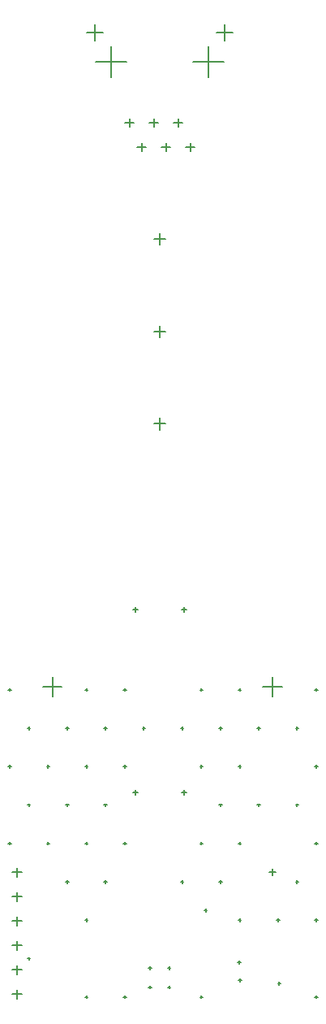
<source format=gbr>
%TF.GenerationSoftware,Altium Limited,Altium Designer,22.0.2 (36)*%
G04 Layer_Color=128*
%FSLAX45Y45*%
%MOMM*%
%TF.SameCoordinates,4516B017-0455-433D-A7DA-D7F2A7B68D13*%
%TF.FilePolarity,Positive*%
%TF.FileFunction,Drillmap*%
%TF.Part,Single*%
G01*
G75*
%TA.AperFunction,NonConductor*%
%ADD44C,0.12700*%
D44*
X2251700Y-5700000D02*
X2301700D01*
X2276700Y-5725000D02*
Y-5675000D01*
X1743700Y-5700000D02*
X1793700D01*
X1768700Y-5725000D02*
Y-5675000D01*
X1743700Y-7600000D02*
X1793700D01*
X1768700Y-7625000D02*
Y-7575000D01*
X2251700Y-7600000D02*
X2301700D01*
X2276700Y-7625000D02*
Y-7575000D01*
X800000Y-6500000D02*
X1000000D01*
X900000Y-6600000D02*
Y-6400000D01*
X480470Y-9705000D02*
X579530D01*
X530000Y-9754530D02*
Y-9655470D01*
X480470Y-9451000D02*
X579530D01*
X530000Y-9500530D02*
Y-9401470D01*
X480470Y-9197000D02*
X579530D01*
X530000Y-9246530D02*
Y-9147470D01*
X480470Y-8943000D02*
X579530D01*
X530000Y-8992530D02*
Y-8893470D01*
X480470Y-8689000D02*
X579530D01*
X530000Y-8738530D02*
Y-8639470D01*
X480470Y-8435000D02*
X579530D01*
X530000Y-8484530D02*
Y-8385470D01*
X1962700Y-3762000D02*
X2082700D01*
X2022700Y-3822000D02*
Y-3702000D01*
X1962660Y-2800000D02*
X2082660D01*
X2022660Y-2860000D02*
Y-2740000D01*
X1962700Y-1838000D02*
X2082700D01*
X2022700Y-1898000D02*
Y-1778000D01*
X2612698Y313000D02*
X2782698D01*
X2697698Y228000D02*
Y398000D01*
X1262698Y313000D02*
X1432698D01*
X1347698Y228000D02*
Y397999D01*
X2295198Y-881000D02*
X2385198D01*
X2340198Y-926000D02*
Y-836000D01*
X2041198Y-881000D02*
X2131198D01*
X2086198Y-926000D02*
Y-836000D01*
X1787198Y-881000D02*
X1877198D01*
X1832198Y-926000D02*
Y-836000D01*
X2168198Y-627000D02*
X2258198D01*
X2213198Y-672000D02*
Y-582000D01*
X1914199Y-627000D02*
X2004198D01*
X1959199Y-672000D02*
Y-582000D01*
X1660198Y-627000D02*
X1750198D01*
X1705198Y-672000D02*
Y-582000D01*
X2368198Y8000D02*
X2693198D01*
X2530698Y-154500D02*
Y170500D01*
X1352198Y8000D02*
X1677198D01*
X1514698Y-154500D02*
Y170500D01*
X3100000Y-6500000D02*
X3300000D01*
X3200000Y-6600000D02*
Y-6400000D01*
X2105000Y-9630000D02*
X2135000D01*
X2120000Y-9645000D02*
Y-9615000D01*
X1905000Y-9630000D02*
X1935000D01*
X1920000Y-9645000D02*
Y-9615000D01*
X2105000Y-9430000D02*
X2135000D01*
X2120000Y-9445000D02*
Y-9415000D01*
X1905000Y-9430000D02*
X1935000D01*
X1920000Y-9445000D02*
Y-9415000D01*
X2845000Y-9560000D02*
X2875000D01*
X2860000Y-9575000D02*
Y-9545000D01*
X3255000Y-9590000D02*
X3285000D01*
X3270000Y-9605000D02*
Y-9575000D01*
X3640754Y-6531918D02*
X3670754D01*
X3655754Y-6546918D02*
Y-6516918D01*
X3640754Y-7331918D02*
X3670754D01*
X3655754Y-7346918D02*
Y-7316918D01*
X3640754Y-8131918D02*
X3670754D01*
X3655754Y-8146918D02*
Y-8116918D01*
X3640754Y-8931918D02*
X3670754D01*
X3655754Y-8946918D02*
Y-8916918D01*
X3640754Y-9731918D02*
X3670754D01*
X3655754Y-9746918D02*
Y-9716918D01*
X3440754Y-6931918D02*
X3470754D01*
X3455754Y-6946918D02*
Y-6916918D01*
X3440754Y-7731918D02*
X3470754D01*
X3455754Y-7746918D02*
Y-7716918D01*
X3440754Y-8531918D02*
X3470754D01*
X3455754Y-8546918D02*
Y-8516918D01*
X3240754Y-8931918D02*
X3270754D01*
X3255754Y-8946918D02*
Y-8916918D01*
X2840754Y-6531918D02*
X2870754D01*
X2855754Y-6546918D02*
Y-6516918D01*
X3040754Y-6931918D02*
X3070754D01*
X3055754Y-6946918D02*
Y-6916918D01*
X2840754Y-7331918D02*
X2870754D01*
X2855754Y-7346918D02*
Y-7316918D01*
X3040754Y-7731918D02*
X3070754D01*
X3055754Y-7746918D02*
Y-7716918D01*
X2840754Y-8131918D02*
X2870754D01*
X2855754Y-8146918D02*
Y-8116918D01*
X2840754Y-8931918D02*
X2870754D01*
X2855754Y-8946918D02*
Y-8916918D01*
X2440754Y-6531918D02*
X2470754D01*
X2455754Y-6546918D02*
Y-6516918D01*
X2640754Y-6931918D02*
X2670754D01*
X2655754Y-6946918D02*
Y-6916918D01*
X2440754Y-7331918D02*
X2470754D01*
X2455754Y-7346918D02*
Y-7316918D01*
X2640754Y-7731918D02*
X2670754D01*
X2655754Y-7746918D02*
Y-7716918D01*
X2440754Y-8131918D02*
X2470754D01*
X2455754Y-8146918D02*
Y-8116918D01*
X2640754Y-8531918D02*
X2670754D01*
X2655754Y-8546918D02*
Y-8516918D01*
X2440754Y-9731918D02*
X2470754D01*
X2455754Y-9746918D02*
Y-9716918D01*
X2240754Y-6931918D02*
X2270754D01*
X2255754Y-6946918D02*
Y-6916918D01*
X2240754Y-8531918D02*
X2270754D01*
X2255754Y-8546918D02*
Y-8516918D01*
X1640754Y-6531918D02*
X1670754D01*
X1655754Y-6546918D02*
Y-6516918D01*
X1840754Y-6931918D02*
X1870754D01*
X1855754Y-6946918D02*
Y-6916918D01*
X1640754Y-7331918D02*
X1670754D01*
X1655754Y-7346918D02*
Y-7316918D01*
X1640754Y-8131918D02*
X1670754D01*
X1655754Y-8146918D02*
Y-8116918D01*
X1640754Y-9731918D02*
X1670754D01*
X1655754Y-9746918D02*
Y-9716918D01*
X1240754Y-6531918D02*
X1270754D01*
X1255754Y-6546918D02*
Y-6516918D01*
X1440754Y-6931918D02*
X1470754D01*
X1455754Y-6946918D02*
Y-6916918D01*
X1240754Y-7331918D02*
X1270754D01*
X1255754Y-7346918D02*
Y-7316918D01*
X1440754Y-7731918D02*
X1470754D01*
X1455754Y-7746918D02*
Y-7716918D01*
X1240754Y-8131918D02*
X1270754D01*
X1255754Y-8146918D02*
Y-8116918D01*
X1440754Y-8531918D02*
X1470754D01*
X1455754Y-8546918D02*
Y-8516918D01*
X1240754Y-8931918D02*
X1270754D01*
X1255754Y-8946918D02*
Y-8916918D01*
X1240754Y-9731918D02*
X1270754D01*
X1255754Y-9746918D02*
Y-9716918D01*
X1040754Y-6931918D02*
X1070754D01*
X1055754Y-6946918D02*
Y-6916918D01*
X840754Y-7331918D02*
X870754D01*
X855754Y-7346918D02*
Y-7316918D01*
X1040754Y-7731918D02*
X1070754D01*
X1055754Y-7746918D02*
Y-7716918D01*
X840754Y-8131918D02*
X870754D01*
X855754Y-8146918D02*
Y-8116918D01*
X1040754Y-8531918D02*
X1070754D01*
X1055754Y-8546918D02*
Y-8516918D01*
X440754Y-6531918D02*
X470754D01*
X455754Y-6546918D02*
Y-6516918D01*
X640754Y-6931918D02*
X670754D01*
X655754Y-6946918D02*
Y-6916918D01*
X440754Y-7331918D02*
X470754D01*
X455754Y-7346918D02*
Y-7316918D01*
X640754Y-7731918D02*
X670754D01*
X655754Y-7746918D02*
Y-7716918D01*
X440754Y-8131918D02*
X470754D01*
X455754Y-8146918D02*
Y-8116918D01*
X640754Y-9331918D02*
X670754D01*
X655754Y-9346918D02*
Y-9316918D01*
X3164440Y-8430000D02*
X3235560D01*
X3200000Y-8465560D02*
Y-8394440D01*
X2485000Y-8830000D02*
X2515000D01*
X2500000Y-8845000D02*
Y-8815000D01*
X2835000Y-9370000D02*
X2865000D01*
X2850000Y-9385000D02*
Y-9355000D01*
%TF.MD5,04787faa7d6796d790b5f6850b76f71d*%
M02*

</source>
